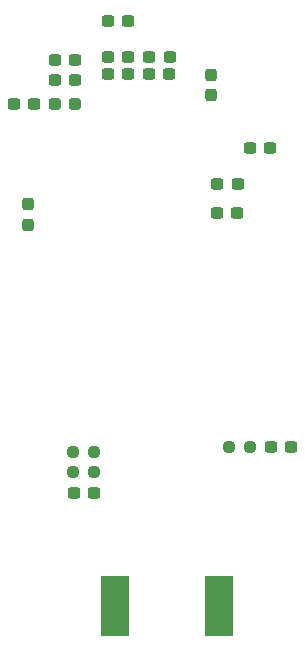
<source format=gbr>
%TF.GenerationSoftware,KiCad,Pcbnew,(6.0.4)*%
%TF.CreationDate,2022-04-26T10:44:58+02:00*%
%TF.ProjectId,MSK_RF,4d534b5f-5246-42e6-9b69-6361645f7063,rev?*%
%TF.SameCoordinates,Original*%
%TF.FileFunction,Paste,Bot*%
%TF.FilePolarity,Positive*%
%FSLAX46Y46*%
G04 Gerber Fmt 4.6, Leading zero omitted, Abs format (unit mm)*
G04 Created by KiCad (PCBNEW (6.0.4)) date 2022-04-26 10:44:58*
%MOMM*%
%LPD*%
G01*
G04 APERTURE LIST*
G04 Aperture macros list*
%AMRoundRect*
0 Rectangle with rounded corners*
0 $1 Rounding radius*
0 $2 $3 $4 $5 $6 $7 $8 $9 X,Y pos of 4 corners*
0 Add a 4 corners polygon primitive as box body*
4,1,4,$2,$3,$4,$5,$6,$7,$8,$9,$2,$3,0*
0 Add four circle primitives for the rounded corners*
1,1,$1+$1,$2,$3*
1,1,$1+$1,$4,$5*
1,1,$1+$1,$6,$7*
1,1,$1+$1,$8,$9*
0 Add four rect primitives between the rounded corners*
20,1,$1+$1,$2,$3,$4,$5,0*
20,1,$1+$1,$4,$5,$6,$7,0*
20,1,$1+$1,$6,$7,$8,$9,0*
20,1,$1+$1,$8,$9,$2,$3,0*%
G04 Aperture macros list end*
%ADD10R,2.420000X5.080000*%
%ADD11RoundRect,0.237500X-0.287500X-0.237500X0.287500X-0.237500X0.287500X0.237500X-0.287500X0.237500X0*%
%ADD12RoundRect,0.237500X-0.237500X0.300000X-0.237500X-0.300000X0.237500X-0.300000X0.237500X0.300000X0*%
%ADD13RoundRect,0.237500X-0.300000X-0.237500X0.300000X-0.237500X0.300000X0.237500X-0.300000X0.237500X0*%
%ADD14RoundRect,0.237500X0.300000X0.237500X-0.300000X0.237500X-0.300000X-0.237500X0.300000X-0.237500X0*%
%ADD15RoundRect,0.237500X0.250000X0.237500X-0.250000X0.237500X-0.250000X-0.237500X0.250000X-0.237500X0*%
%ADD16RoundRect,0.237500X0.237500X-0.300000X0.237500X0.300000X-0.237500X0.300000X-0.237500X-0.300000X0*%
G04 APERTURE END LIST*
D10*
%TO.C,J4*%
X64870000Y-142802260D03*
X73630000Y-142802260D03*
%TD*%
D11*
%TO.C,L1*%
X59750000Y-100250000D03*
X61500000Y-100250000D03*
%TD*%
D12*
%TO.C,C22*%
X73000000Y-97775000D03*
X73000000Y-99500000D03*
%TD*%
D13*
%TO.C,C5*%
X73525000Y-107000000D03*
X75250000Y-107000000D03*
%TD*%
D14*
%TO.C,C3*%
X61475000Y-96500000D03*
X59750000Y-96500000D03*
%TD*%
D13*
%TO.C,C23*%
X67737500Y-97750000D03*
X69462500Y-97750000D03*
%TD*%
%TO.C,C21*%
X64275000Y-97750000D03*
X66000000Y-97750000D03*
%TD*%
D14*
%TO.C,C7*%
X75225000Y-109500000D03*
X73500000Y-109500000D03*
%TD*%
%TO.C,C8*%
X77975000Y-104000000D03*
X76250000Y-104000000D03*
%TD*%
D13*
%TO.C,C20*%
X67750000Y-96250000D03*
X69475000Y-96250000D03*
%TD*%
D15*
%TO.C,R5*%
X63100000Y-129700000D03*
X61275000Y-129700000D03*
%TD*%
D14*
%TO.C,C6*%
X58000000Y-100250000D03*
X56275000Y-100250000D03*
%TD*%
D13*
%TO.C,C19*%
X64275000Y-96250000D03*
X66000000Y-96250000D03*
%TD*%
D14*
%TO.C,C32*%
X79800000Y-129300000D03*
X78075000Y-129300000D03*
%TD*%
D13*
%TO.C,C31*%
X61375000Y-133200000D03*
X63100000Y-133200000D03*
%TD*%
%TO.C,C17*%
X64275000Y-93250000D03*
X66000000Y-93250000D03*
%TD*%
D15*
%TO.C,R6*%
X63100000Y-131450000D03*
X61275000Y-131450000D03*
%TD*%
%TO.C,R7*%
X76325000Y-129300000D03*
X74500000Y-129300000D03*
%TD*%
D14*
%TO.C,C4*%
X61475000Y-98250000D03*
X59750000Y-98250000D03*
%TD*%
D16*
%TO.C,C18*%
X57500000Y-110475000D03*
X57500000Y-108750000D03*
%TD*%
M02*

</source>
